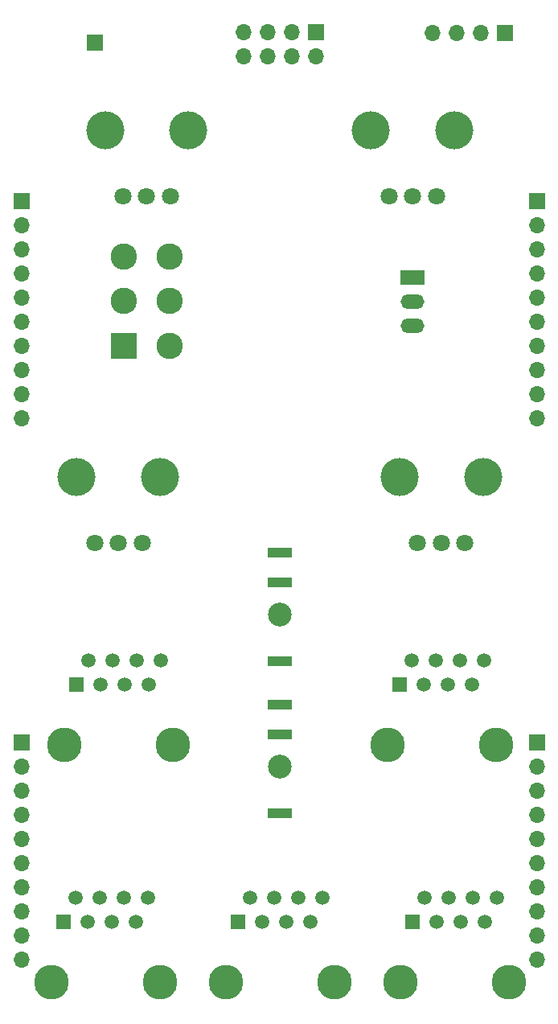
<source format=gbr>
%TF.GenerationSoftware,KiCad,Pcbnew,(6.0.11)*%
%TF.CreationDate,2023-03-01T21:17:09+00:00*%
%TF.ProjectId,Quadraphone_Controls,51756164-7261-4706-986f-6e655f436f6e,rev?*%
%TF.SameCoordinates,Original*%
%TF.FileFunction,Soldermask,Top*%
%TF.FilePolarity,Negative*%
%FSLAX46Y46*%
G04 Gerber Fmt 4.6, Leading zero omitted, Abs format (unit mm)*
G04 Created by KiCad (PCBNEW (6.0.11)) date 2023-03-01 21:17:09*
%MOMM*%
%LPD*%
G01*
G04 APERTURE LIST*
%ADD10R,1.700000X1.700000*%
%ADD11O,1.700000X1.700000*%
%ADD12C,3.650000*%
%ADD13R,1.500000X1.500000*%
%ADD14C,1.500000*%
%ADD15C,4.000000*%
%ADD16C,1.800000*%
%ADD17R,2.500000X1.500000*%
%ADD18O,2.500000X1.500000*%
%ADD19C,2.775000*%
%ADD20R,2.775000X2.775000*%
%ADD21C,2.500000*%
%ADD22R,2.500000X1.000000*%
G04 APERTURE END LIST*
D10*
%TO.C,J12*%
X83800000Y-45200000D03*
D11*
X81260000Y-45200000D03*
X78720000Y-45200000D03*
X76180000Y-45200000D03*
X83800000Y-47740000D03*
X81260000Y-47740000D03*
X78720000Y-47740000D03*
X76180000Y-47740000D03*
%TD*%
D12*
%TO.C,J7*%
X102760000Y-120200000D03*
X91330000Y-120200000D03*
D13*
X92600000Y-113850000D03*
D14*
X93870000Y-111310000D03*
X95140000Y-113850000D03*
X96410000Y-111310000D03*
X97680000Y-113850000D03*
X98950000Y-111310000D03*
X100220000Y-113850000D03*
X101490000Y-111310000D03*
%TD*%
D15*
%TO.C,Fine_Tune1*%
X89600000Y-55500000D03*
X98400000Y-55500000D03*
D16*
X96500000Y-62500000D03*
X94000000Y-62500000D03*
X91500000Y-62500000D03*
%TD*%
D12*
%TO.C,J9*%
X57330000Y-120200000D03*
X68760000Y-120200000D03*
D13*
X58600000Y-113850000D03*
D14*
X59870000Y-111310000D03*
X61140000Y-113850000D03*
X62410000Y-111310000D03*
X63680000Y-113850000D03*
X64950000Y-111310000D03*
X66220000Y-113850000D03*
X67490000Y-111310000D03*
%TD*%
D15*
%TO.C,Octave_Tune1*%
X61600000Y-55500000D03*
X70400000Y-55500000D03*
D16*
X68500000Y-62500000D03*
X66000000Y-62500000D03*
X63500000Y-62500000D03*
%TD*%
D12*
%TO.C,J8*%
X92730000Y-145200000D03*
X104160000Y-145200000D03*
D13*
X94000000Y-138850000D03*
D14*
X95270000Y-136310000D03*
X96540000Y-138850000D03*
X97810000Y-136310000D03*
X99080000Y-138850000D03*
X100350000Y-136310000D03*
X101620000Y-138850000D03*
X102890000Y-136310000D03*
%TD*%
D17*
%TO.C,SW1*%
X94000000Y-71000000D03*
D18*
X94000000Y-73540000D03*
X94000000Y-76080000D03*
%TD*%
D15*
%TO.C,Vibrato_Depth1*%
X58600000Y-92000000D03*
X67400000Y-92000000D03*
D16*
X65500000Y-99000000D03*
X63000000Y-99000000D03*
X60500000Y-99000000D03*
%TD*%
D12*
%TO.C,J10*%
X67360000Y-145200000D03*
X55930000Y-145200000D03*
D13*
X57200000Y-138850000D03*
D14*
X58470000Y-136310000D03*
X59740000Y-138850000D03*
X61010000Y-136310000D03*
X62280000Y-138850000D03*
X63550000Y-136310000D03*
X64820000Y-138850000D03*
X66090000Y-136310000D03*
%TD*%
D19*
%TO.C,SW2*%
X68415000Y-68800000D03*
X68415000Y-73500000D03*
X68415000Y-78200000D03*
X63585000Y-68800000D03*
X63585000Y-73500000D03*
D20*
X63585000Y-78200000D03*
%TD*%
D12*
%TO.C,J11*%
X85760000Y-145200000D03*
X74330000Y-145200000D03*
D13*
X75600000Y-138850000D03*
D14*
X76870000Y-136310000D03*
X78140000Y-138850000D03*
X79410000Y-136310000D03*
X80680000Y-138850000D03*
X81950000Y-136310000D03*
X83220000Y-138850000D03*
X84490000Y-136310000D03*
%TD*%
D21*
%TO.C,J6*%
X80000000Y-106500000D03*
D22*
X80000000Y-100020000D03*
X80000000Y-103120000D03*
X80000000Y-111420000D03*
%TD*%
D15*
%TO.C,PWM_Pot1*%
X101400000Y-92000000D03*
X92600000Y-92000000D03*
D16*
X99500000Y-99000000D03*
X97000000Y-99000000D03*
X94500000Y-99000000D03*
%TD*%
D21*
%TO.C,J5*%
X80000000Y-122500000D03*
D22*
X80000000Y-116020000D03*
X80000000Y-119120000D03*
X80000000Y-127420000D03*
%TD*%
D11*
%TO.C,J13*%
X96080000Y-45300000D03*
X98620000Y-45300000D03*
X101160000Y-45300000D03*
D10*
X103700000Y-45300000D03*
%TD*%
%TO.C,J3*%
X107100000Y-120000000D03*
D11*
X107100000Y-122540000D03*
X107100000Y-125080000D03*
X107100000Y-127620000D03*
X107100000Y-130160000D03*
X107100000Y-132700000D03*
X107100000Y-135240000D03*
X107100000Y-137780000D03*
X107100000Y-140320000D03*
X107100000Y-142860000D03*
%TD*%
D10*
%TO.C,J14*%
X60500000Y-46300000D03*
%TD*%
%TO.C,J4*%
X52800000Y-120000000D03*
D11*
X52800000Y-122540000D03*
X52800000Y-125080000D03*
X52800000Y-127620000D03*
X52800000Y-130160000D03*
X52800000Y-132700000D03*
X52800000Y-135240000D03*
X52800000Y-137780000D03*
X52800000Y-140320000D03*
X52800000Y-142860000D03*
%TD*%
D10*
%TO.C,J1*%
X107100000Y-63000000D03*
D11*
X107100000Y-65540000D03*
X107100000Y-68080000D03*
X107100000Y-70620000D03*
X107100000Y-73160000D03*
X107100000Y-75700000D03*
X107100000Y-78240000D03*
X107100000Y-80780000D03*
X107100000Y-83320000D03*
X107100000Y-85860000D03*
%TD*%
D10*
%TO.C,J2*%
X52800000Y-63000000D03*
D11*
X52800000Y-65540000D03*
X52800000Y-68080000D03*
X52800000Y-70620000D03*
X52800000Y-73160000D03*
X52800000Y-75700000D03*
X52800000Y-78240000D03*
X52800000Y-80780000D03*
X52800000Y-83320000D03*
X52800000Y-85860000D03*
%TD*%
M02*

</source>
